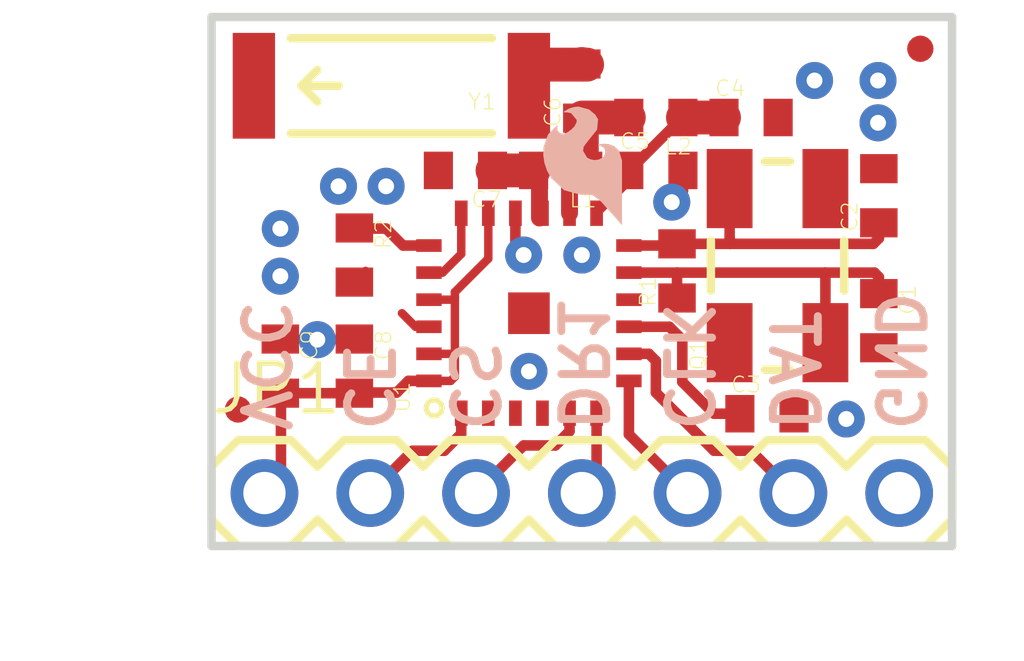
<source format=kicad_pcb>
(kicad_pcb (version 20211014) (generator pcbnew)
  (layers (0 "F.Cu" signal) (31 "B.Cu" signal) (34 "B.Paste" user) (35 "F.Paste" user) (36 "B.SilkS" user "B.Silkscreen") (37 "F.SilkS" user "F.Silkscreen") (38 "B.Mask" user) (39 "F.Mask" user) (44 "Edge.Cuts" user))
  (net 0 "")
  (net 1 "GND")
  (net 2 "VCC")
  (net 3 "N$1")
  (net 4 "N$2")
  (net 5 "N$3")
  (net 6 "N$6")
  (net 7 "N$7")
  (net 8 "N$4")
  (net 9 "N$5")
  (net 10 "ANT")
  (net 11 "CE")
  (net 12 "CS")
  (net 13 "DR1")
  (net 14 "CLK1")
  (net 15 "DATA")
  (footprint "boardEagle:C0402" (layer "F.Cu") (at 143.0401 104.3686 -90)
    (fp_text reference "R2" (at -0.889 -0.6985 90) (layer "F.SilkS") (effects (font (size 0.376489 0.376489) (thickness 0.029911)) (justify right)))
    (fp_text value "22K")
    (pad "1" smd rect (at -0.65 0 270) (size 0.7 0.9) (layers "F.Cu" "F.Paste" "F.Mask") (net 8 "N$4"))
    (pad "2" smd rect (at 0.65 0 270) (size 0.7 0.9) (layers "F.Cu" "F.Paste" "F.Mask") (net 1 "GND"))
  )
  (footprint "boardEagle:MICRO-FIDUCIAL" (layer "F.Cu") (at 140.2461 108.077)
    (fp_text reference "JP3" hide)
    (fp_text value "FIDUCIALUFIDUCIAL" hide)
    (pad "1" smd roundrect (at 0 0) (size 0.635 0.635) (layers "F.Cu" "F.Mask") (roundrect_rratio 0.5))
  )
  (footprint "boardEagle:1X07" (layer "F.Cu") (at 140.8811 110.0836)
    (fp_text reference "JP1" (at -1.3462 -1.8288) (layer "F.SilkS") (effects (font (size 1.143 1.143) (thickness 0.127)) (justify left bottom)))
    (fp_text value "")
    (fp_line (start 12.065 -1.27) (end 13.335 -1.27) (layer "F.SilkS") (width 0.2032))
    (fp_line (start 8.255 1.27) (end 6.985 1.27) (layer "F.SilkS") (width 0.2032))
    (fp_line (start 3.175 -1.27) (end 3.81 -0.635) (layer "F.SilkS") (width 0.2032))
    (fp_line (start 1.905 1.27) (end 1.27 0.635) (layer "F.SilkS") (width 0.2032))
    (fp_line (start 3.175 1.27) (end 1.905 1.27) (layer "F.SilkS") (width 0.2032))
    (fp_line (start -0.635 -1.27) (end -1.27 -0.635) (layer "F.SilkS") (width 0.2032))
    (fp_line (start 11.43 -0.635) (end 12.065 -1.27) (layer "F.SilkS") (width 0.2032))
    (fp_line (start 4.445 1.27) (end 3.81 0.635) (layer "F.SilkS") (width 0.2032))
    (fp_line (start 13.335 -1.27) (end 13.97 -0.635) (layer "F.SilkS") (width 0.2032))
    (fp_line (start 3.81 -0.635) (end 4.445 -1.27) (layer "F.SilkS") (width 0.2032))
    (fp_line (start 13.97 0.635) (end 14.605 1.27) (layer "F.SilkS") (width 0.2032))
    (fp_line (start -0.635 -1.27) (end 0.635 -1.27) (layer "F.SilkS") (width 0.2032))
    (fp_line (start 11.43 0.635) (end 10.795 1.27) (layer "F.SilkS") (width 0.2032))
    (fp_line (start 10.795 -1.27) (end 11.43 -0.635) (layer "F.SilkS") (width 0.2032))
    (fp_line (start 13.335 1.27) (end 12.065 1.27) (layer "F.SilkS") (width 0.2032))
    (fp_line (start 14.605 -1.27) (end 13.97 -0.635) (layer "F.SilkS") (width 0.2032))
    (fp_line (start 8.89 0.635) (end 8.255 1.27) (layer "F.SilkS") (width 0.2032))
    (fp_line (start 6.985 -1.27) (end 8.255 -1.27) (layer "F.SilkS") (width 0.2032))
    (fp_line (start 16.51 0.635) (end 15.875 1.27) (layer "F.SilkS") (width 0.2032))
    (fp_line (start 6.35 0.635) (end 5.715 1.27) (layer "F.SilkS") (width 0.2032))
    (fp_line (start 3.81 0.635) (end 3.175 1.27) (layer "F.SilkS") (width 0.2032))
    (fp_line (start 12.065 1.27) (end 11.43 0.635) (layer "F.SilkS") (width 0.2032))
    (fp_line (start 6.35 0.635) (end 6.985 1.27) (layer "F.SilkS") (width 0.2032))
    (fp_line (start 9.525 1.27) (end 8.89 0.635) (layer "F.SilkS") (width 0.2032))
    (fp_line (start 5.715 -1.27) (end 6.35 -0.635) (layer "F.SilkS") (width 0.2032))
    (fp_line (start 1.27 -0.635) (end 1.905 -1.27) (layer "F.SilkS") (width 0.2032))
    (fp_line (start 16.51 -0.635) (end 16.51 0.635) (layer "F.SilkS") (width 0.2032))
    (fp_line (start 10.795 1.27) (end 9.525 1.27) (layer "F.SilkS") (width 0.2032))
    (fp_line (start 5.715 1.27) (end 4.445 1.27) (layer "F.SilkS") (width 0.2032))
    (fp_line (start -1.27 -0.635) (end -1.27 0.635) (layer "F.SilkS") (width 0.2032))
    (fp_line (start -1.27 0.635) (end -0.635 1.27) (layer "F.SilkS") (width 0.2032))
    (fp_line (start 1.27 0.635) (end 0.635 1.27) (layer "F.SilkS") (width 0.2032))
    (fp_line (start 4.445 -1.27) (end 5.715 -1.27) (layer "F.SilkS") (width 0.2032))
    (fp_line (start 0.635 1.27) (end -0.635 1.27) (layer "F.SilkS") (width 0.2032))
    (fp_line (start 9.525 -1.27) (end 10.795 -1.27) (layer "F.SilkS") (width 0.2032))
    (fp_line (start 13.97 0.635) (end 13.335 1.27) (layer "F.SilkS") (width 0.2032))
    (fp_line (start 8.255 -1.27) (end 8.89 -0.635) (layer "F.SilkS") (width 0.2032))
    (fp_line (start 0.635 -1.27) (end 1.27 -0.635) (layer "F.SilkS") (width 0.2032))
    (fp_line (start 15.875 -1.27) (end 16.51 -0.635) (layer "F.SilkS") (width 0.2032))
    (fp_line (start 15.875 1.27) (end 14.605 1.27) (layer "F.SilkS") (width 0.2032))
    (fp_line (start 6.985 -1.27) (end 6.35 -0.635) (layer "F.SilkS") (width 0.2032))
    (fp_line (start 8.89 -0.635) (end 9.525 -1.27) (layer "F.SilkS") (width 0.2032))
    (fp_line (start 1.905 -1.27) (end 3.175 -1.27) (layer "F.SilkS") (width 0.2032))
    (fp_line (start 14.605 -1.27) (end 15.875 -1.27) (layer "F.SilkS") (width 0.2032))
    (pad "1" thru_hole circle (at 0 0 90) (size 1.6256 1.6256) (drill 1.016) (layers *.Cu *.Mask) (net 2 "VCC"))
    (pad "2" thru_hole circle (at 2.54 0 90) (size 1.6256 1.6256) (drill 1.016) (layers *.Cu *.Mask) (net 11 "CE"))
    (pad "3" thru_hole circle (at 5.08 0 90) (size 1.6256 1.6256) (drill 1.016) (layers *.Cu *.Mask) (net 12 "CS"))
    (pad "4" thru_hole circle (at 7.62 0 90) (size 1.6256 1.6256) (drill 1.016) (layers *.Cu *.Mask) (net 13 "DR1"))
    (pad "5" thru_hole circle (at 10.16 0 90) (size 1.6256 1.6256) (drill 1.016) (layers *.Cu *.Mask) (net 14 "CLK1"))
    (pad "6" thru_hole circle (at 12.7 0 90) (size 1.6256 1.6256) (drill 1.016) (layers *.Cu *.Mask) (net 15 "DATA"))
    (pad "7" thru_hole circle (at 15.24 0 90) (size 1.6256 1.6256) (drill 1.016) (layers *.Cu *.Mask) (net 1 "GND"))
  )
  (footprint "boardEagle:C0402" (layer "F.Cu") (at 152.5651 101.0666)
    (fp_text reference "C4" (at -0.889 -0.6985) (layer "F.SilkS") (effects (font (size 0.376489 0.376489) (thickness 0.029911)) (justify left)))
    (fp_text value "2.2nF")
    (pad "1" smd rect (at -0.65 0) (size 0.7 0.9) (layers "F.Cu" "F.Paste" "F.Mask") (net 7 "N$7"))
    (pad "2" smd rect (at 0.65 0) (size 0.7 0.9) (layers "F.Cu" "F.Paste" "F.Mask") (net 1 "GND"))
  )
  (footprint "boardEagle:C0402" (layer "F.Cu") (at 150.2791 102.3366)
    (fp_text reference "C5" (at -0.889 -0.6985) (layer "F.SilkS") (effects (font (size 0.376489 0.376489) (thickness 0.029911)) (justify left)))
    (fp_text value "22pF")
    (pad "1" smd rect (at -0.65 0) (size 0.7 0.9) (layers "F.Cu" "F.Paste" "F.Mask") (net 7 "N$7"))
    (pad "2" smd rect (at 0.65 0) (size 0.7 0.9) (layers "F.Cu" "F.Paste" "F.Mask") (net 1 "GND"))
  )
  (footprint "boardEagle:C0402" (layer "F.Cu") (at 155.6331 105.9446 -90)
    (fp_text reference "C1" (at -0.889 -0.6985 90) (layer "F.SilkS") (effects (font (size 0.376489 0.376489) (thickness 0.029911)) (justify right)))
    (fp_text value "22pF")
    (pad "1" smd rect (at -0.65 0 270) (size 0.7 0.9) (layers "F.Cu" "F.Paste" "F.Mask") (net 3 "N$1"))
    (pad "2" smd rect (at 0.65 0 270) (size 0.7 0.9) (layers "F.Cu" "F.Paste" "F.Mask") (net 1 "GND"))
  )
  (footprint "boardEagle:C0402" (layer "F.Cu") (at 143.0401 107.0356 -90)
    (fp_text reference "C8" (at -0.889 -0.6985 90) (layer "F.SilkS") (effects (font (size 0.376489 0.376489) (thickness 0.029911)) (justify right)))
    (fp_text value "10nF")
    (pad "1" smd rect (at -0.65 0 270) (size 0.7 0.9) (layers "F.Cu" "F.Paste" "F.Mask") (net 1 "GND"))
    (pad "2" smd rect (at 0.65 0 270) (size 0.7 0.9) (layers "F.Cu" "F.Paste" "F.Mask") (net 2 "VCC"))
  )
  (footprint "boardEagle:C0402" (layer "F.Cu") (at 141.2621 107.0356 -90)
    (fp_text reference "C9" (at -0.889 -0.6985 90) (layer "F.SilkS") (effects (font (size 0.376489 0.376489) (thickness 0.029911)) (justify right)))
    (fp_text value "1nF")
    (pad "1" smd rect (at -0.65 0 270) (size 0.7 0.9) (layers "F.Cu" "F.Paste" "F.Mask") (net 1 "GND"))
    (pad "2" smd rect (at 0.65 0 270) (size 0.7 0.9) (layers "F.Cu" "F.Paste" "F.Mask") (net 2 "VCC"))
  )
  (footprint "boardEagle:C0402" (layer "F.Cu") (at 150.2791 101.0666 180)
    (fp_text reference "L2" (at -0.889 -0.6985) (layer "F.SilkS") (effects (font (size 0.376489 0.376489) (thickness 0.029911)) (justify right)))
    (fp_text value "33nH")
    (pad "1" smd rect (at -0.65 0 180) (size 0.7 0.9) (layers "F.Cu" "F.Paste" "F.Mask") (net 7 "N$7"))
    (pad "2" smd rect (at 0.65 0 180) (size 0.7 0.9) (layers "F.Cu" "F.Paste" "F.Mask") (net 5 "N$3"))
  )
  (footprint "boardEagle:C0402" (layer "F.Cu") (at 155.6331 102.9446 90)
    (fp_text reference "C2" (at -0.889 -0.6985 90) (layer "F.SilkS") (effects (font (size 0.376489 0.376489) (thickness 0.029911)) (justify left)))
    (fp_text value "22pF")
    (pad "1" smd rect (at -0.65 0 90) (size 0.7 0.9) (layers "F.Cu" "F.Paste" "F.Mask") (net 4 "N$2"))
    (pad "2" smd rect (at 0.65 0 90) (size 0.7 0.9) (layers "F.Cu" "F.Paste" "F.Mask") (net 1 "GND"))
  )
  (footprint "boardEagle:MICRO-FIDUCIAL" (layer "F.Cu") (at 156.6291 99.4156)
    (fp_text reference "JP2" hide)
    (fp_text value "FIDUCIALUFIDUCIAL" hide)
    (pad "1" smd roundrect (at 0 0) (size 0.635 0.635) (layers "F.Cu" "F.Mask") (roundrect_rratio 0.5))
  )
  (footprint "boardEagle:C0402" (layer "F.Cu") (at 150.7871 104.7496 90)
    (fp_text reference "R1" (at -0.889 -0.6985 90) (layer "F.SilkS") (effects (font (size 0.376489 0.376489) (thickness 0.029911)) (justify left)))
    (fp_text value "1M")
    (pad "1" smd rect (at -0.65 0 90) (size 0.7 0.9) (layers "F.Cu" "F.Paste" "F.Mask") (net 3 "N$1"))
    (pad "2" smd rect (at 0.65 0 90) (size 0.7 0.9) (layers "F.Cu" "F.Paste" "F.Mask") (net 4 "N$2"))
  )
  (footprint "boardEagle:C0402" (layer "F.Cu") (at 148.5011 100.4316 90)
    (fp_text reference "C6" (at -0.889 -0.6985 90) (layer "F.SilkS") (effects (font (size 0.376489 0.376489) (thickness 0.029911)) (justify left)))
    (fp_text value "1.0pF")
    (pad "1" smd rect (at -0.65 0 90) (size 0.7 0.9) (layers "F.Cu" "F.Paste" "F.Mask") (net 5 "N$3"))
    (pad "2" smd rect (at 0.65 0 90) (size 0.7 0.9) (layers "F.Cu" "F.Paste" "F.Mask") (net 10 "ANT"))
  )
  (footprint "boardEagle:C0402" (layer "F.Cu") (at 147.9931 102.3366 180)
    (fp_text reference "L1" (at -0.889 -0.6985) (layer "F.SilkS") (effects (font (size 0.376489 0.376489) (thickness 0.029911)) (justify right)))
    (fp_text value "3.3nH")
    (pad "1" smd rect (at -0.65 0 180) (size 0.7 0.9) (layers "F.Cu" "F.Paste" "F.Mask") (net 5 "N$3"))
    (pad "2" smd rect (at 0.65 0 180) (size 0.7 0.9) (layers "F.Cu" "F.Paste" "F.Mask") (net 6 "N$6"))
  )
  (footprint "boardEagle:MLP-24" (layer "F.Cu") (at 147.2311 105.7656 90)
    (fp_text reference "U1" (at -2.413 -3.048 90) (layer "F.SilkS") (effects (font (size 0.376489 0.376489) (thickness 0.029911)) (justify left)))
    (fp_text value "NRF2401A")
    (fp_circle (center -2.275 -2.275) (end -2.0847 -2.275) (layer "F.SilkS") (width 0.127) (fill none))
    (pad "0" smd rect (at 0 0 90) (size 1 1) (layers "F.Cu" "F.Mask") (net 1 "GND"))
    (pad "1" smd rect (at -2.4008 -1.625 90) (size 0.6096 0.3048) (layers "F.Cu" "F.Mask") (net 11 "CE"))
    (pad "2" smd rect (at -2.4008 -0.975 90) (size 0.6096 0.3048) (layers "F.Cu" "F.Mask"))
    (pad "3" smd rect (at -2.4008 -0.325 90) (size 0.6096 0.3048) (layers "F.Cu" "F.Mask"))
    (pad "4" smd rect (at -2.4008 0.325 90) (size 0.6096 0.3048) (layers "F.Cu" "F.Mask"))
    (pad "5" smd rect (at -2.4008 0.975 90) (size 0.6096 0.3048) (layers "F.Cu" "F.Mask") (net 12 "CS"))
    (pad "6" smd rect (at -2.4008 1.625 90) (size 0.6096 0.3048) (layers "F.Cu" "F.Mask") (net 13 "DR1"))
    (pad "7" smd rect (at -1.625 2.4008 180) (size 0.6096 0.3048) (layers "F.Cu" "F.Mask") (net 14 "CLK1"))
    (pad "8" smd rect (at -0.975 2.4008 180) (size 0.6096 0.3048) (layers "F.Cu" "F.Mask") (net 15 "DATA"))
    (pad "9" smd rect (at -0.325 2.4008 180) (size 0.6096 0.3048) (layers "F.Cu" "F.Mask") (net 9 "N$5"))
    (pad "10" smd rect (at 0.325 2.4008 180) (size 0.6096 0.3048) (layers "F.Cu" "F.Mask") (net 1 "GND"))
    (pad "11" smd rect (at 0.975 2.4008 180) (size 0.6096 0.3048) (layers "F.Cu" "F.Mask") (net 3 "N$1"))
    (pad "12" smd rect (at 1.625 2.4008 180) (size 0.6096 0.3048) (layers "F.Cu" "F.Mask") (net 4 "N$2"))
    (pad "13" smd rect (at 2.4008 1.625 270) (size 0.6096 0.3048) (layers "F.Cu" "F.Mask") (net 7 "N$7"))
    (pad "14" smd rect (at 2.4008 0.975 270) (size 0.6096 0.3048) (layers "F.Cu" "F.Mask") (net 5 "N$3"))
    (pad "15" smd rect (at 2.4008 0.325 270) (size 0.6096 0.3048) (layers "F.Cu" "F.Mask") (net 6 "N$6"))
    (pad "16" smd rect (at 2.4008 -0.325 270) (size 0.6096 0.3048) (layers "F.Cu" "F.Mask") (net 1 "GND"))
    (pad "17" smd rect (at 2.4008 -0.975 270) (size 0.6096 0.3048) (layers "F.Cu" "F.Mask") (net 2 "VCC"))
    (pad "18" smd rect (at 2.4008 -1.625 270) (size 0.6096 0.3048) (layers "F.Cu" "F.Mask") (net 1 "GND"))
    (pad "19" smd rect (at 1.625 -2.4008) (size 0.6096 0.3048) (layers "F.Cu" "F.Mask") (net 8 "N$4"))
    (pad "20" smd rect (at 0.975 -2.4008) (size 0.6096 0.3048) (layers "F.Cu" "F.Mask") (net 1 "GND"))
    (pad "21" smd rect (at 0.325 -2.4008) (size 0.6096 0.3048) (layers "F.Cu" "F.Mask") (net 2 "VCC"))
    (pad "22" smd rect (at -0.325 -2.4008) (size 0.6096 0.3048) (layers "F.Cu" "F.Mask") (net 1 "GND"))
    (pad "23" smd rect (at -0.975 -2.4008) (size 0.6096 0.3048) (layers "F.Cu" "F.Mask") (net 2 "VCC"))
    (pad "24" smd rect (at -1.625 -2.4008) (size 0.6096 0.3048) (layers "F.Cu" "F.Mask") (net 2 "VCC"))
  )
  (footprint "boardEagle:C0402" (layer "F.Cu") (at 145.7071 102.3366 180)
    (fp_text reference "C7" (at -0.889 -0.6985) (layer "F.SilkS") (effects (font (size 0.376489 0.376489) (thickness 0.029911)) (justify right)))
    (fp_text value "1.0pF")
    (pad "1" smd rect (at -0.65 0 180) (size 0.7 0.9) (layers "F.Cu" "F.Paste" "F.Mask") (net 6 "N$6"))
    (pad "2" smd rect (at 0.65 0 180) (size 0.7 0.9) (layers "F.Cu" "F.Paste" "F.Mask") (net 1 "GND"))
  )
  (footprint "boardEagle:CRYSTAL-SMD-5X3" (layer "F.Cu") (at 153.2001 104.6226 90)
    (fp_text reference "Q1" (at -2.54 -1.905 90) (layer "F.SilkS") (effects (font (size 0.376489 0.376489) (thickness 0.029911)) (justify left)))
    (fp_text value "16MHz")
    (fp_line (start -2.5 -0.3) (end -2.5 0.3) (layer "F.SilkS") (width 0.2032))
    (fp_line (start -0.6 -1.6) (end 0.6 -1.6) (layer "F.SilkS") (width 0.2032))
    (fp_line (start 0.6 1.6) (end -0.6 1.6) (layer "F.SilkS") (width 0.2032))
    (fp_line (start 2.5 -0.3) (end 2.5 0.3) (layer "F.SilkS") (width 0.2032))
    (pad "1" smd rect (at -1.85 1.15 90) (size 1.9 1.1) (layers "F.Cu" "F.Paste" "F.Mask") (net 3 "N$1"))
    (pad "2" smd rect (at 1.85 1.15 90) (size 1.9 1.1) (layers "F.Cu" "F.Paste" "F.Mask"))
    (pad "3" smd rect (at 1.85 -1.15 90) (size 1.9 1.1) (layers "F.Cu" "F.Paste" "F.Mask") (net 4 "N$2"))
    (pad "4" smd rect (at -1.85 -1.15 90) (size 1.9 1.1) (layers "F.Cu" "F.Paste" "F.Mask"))
  )
  (footprint "boardEagle:C0402" (layer "F.Cu") (at 152.9461 108.1786)
    (fp_text reference "C3" (at -0.889 -0.6985) (layer "F.SilkS") (effects (font (size 0.376489 0.376489) (thickness 0.029911)) (justify left)))
    (fp_text value "33nF")
    (pad "1" smd rect (at -0.65 0) (size 0.7 0.9) (layers "F.Cu" "F.Paste" "F.Mask") (net 9 "N$5"))
    (pad "2" smd rect (at 0.65 0) (size 0.7 0.9) (layers "F.Cu" "F.Paste" "F.Mask") (net 1 "GND"))
  )
  (footprint "boardEagle:ANTENNA-CHIP5" (layer "F.Cu") (at 143.9291 100.3046 180)
    (fp_text reference "Y1" (at -2.54 -0.381) (layer "F.SilkS") (effects (font (size 0.376489 0.376489) (thickness 0.029911)) (justify right)))
    (fp_text value "ANTENNA2SMD5")
    (fp_line (start 2.159 0) (end 1.778 -0.381) (layer "F.SilkS") (width 0.2032))
    (fp_line (start -2.413 -1.143) (end 2.413 -1.143) (layer "F.SilkS") (width 0.2032))
    (fp_line (start 1.27 0) (end 2.159 0) (layer "F.SilkS") (width 0.2032))
    (fp_line (start -2.413 1.143) (end 2.413 1.143) (layer "F.SilkS") (width 0.2032))
    (fp_line (start 2.159 0) (end 1.778 0.381) (layer "F.SilkS") (width 0.2032))
    (pad "FEED" smd rect (at -3.302 0) (size 1.016 2.54) (layers "F.Cu" "F.Paste" "F.Mask") (net 10 "ANT"))
    (pad "NC" smd rect (at 3.302 0) (size 1.016 2.54) (layers "F.Cu" "F.Paste" "F.Mask"))
  )
  (footprint "boardEagle:SFE-LOGO-FLAME" (layer "B.Cu") (at 149.4531 103.6206 180)
    (fp_text reference "U$1" hide)
    (fp_text value "LOGO-SFESK" hide)
    (fp_poly (pts (xy 1.126002 2.808203) (xy 1.215449 2.785829) (xy 1.228477 2.780783) (xy 1.240149 2.774875) (xy 1.25686 2.766576) (xy 1.275552 2.759834) (xy 1.371694 2.7026) (xy 1.3793 2.7026) (xy 1.3793 2.6772) (xy 1.306833 2.6772) (xy 1.208418 2.657914) (xy 1.074855 2.495286) (xy 1.079365 2.436825) (xy 1.12809 2.341869) (xy 1.204666 2.265196) (xy 1.294069 2.200638) (xy 1.369348 2.168824) (xy 1.450737 2.171632) (xy 1.458864 2.174186) (xy 1.466257 2.177389) (xy 1.530514 2.236956) (xy 1.5368 2.259812) (xy 1.5368 2.377938) (xy 1.763707 2.148127) (xy 1.868186 1.856841) (xy 1.871603 1.856894) (xy 1.87806 1.650435) (xy 1.848857 1.45742) (xy 1.785308 1.272842) (xy 1.6663 1.061578) (xy 1.6663 1.080581) (xy 1.378131 0.80901) (xy 0.982239 0.6985) (xy 0.753005 0.6985) (xy 0.716201 0.692046) (xy 0.681776 0.679592) (xy 0.496322 0.541784) (xy -0.0126 -0.03091) (xy -0.0126 1.52077) (xy 0.060004 1.761967) (xy 0.168295 1.865489) (xy 0.307122 1.917522) (xy 0.4039 1.925089) (xy 0.499384 1.917623) (xy 0.55991 1.908099) (xy 0.557788 1.884433) (xy 0.522216 1.885242) (xy 0.501784 1.876141) (xy 0.420519 1.817154) (xy 0.400722 1.79067) (xy 0.390395 1.7285) (xy 0.400905 1.665229) (xy 0.421405 1.625174) (xy 0.452343 1.592685) (xy 0.546535 1.54355) (xy 0.652229 1.531742) (xy 0.742768 1.550084) (xy 0.82422 1.589656) (xy 0.92203 1.754659) (xy 0.907706 1.848844) (xy 0.850914 1.930401) (xy 0.584707 2.263237) (xy 0.561667 2.510855) (xy 0.627495 2.621556) (xy 0.629042 2.623103) (xy 0.778901 2.74712) (xy 1.032676 2.817064)) (layer "B.SilkS") (width 0) (fill solid))
  )
  (gr_line (start 139.6111 98.6536) (end 139.6111 111.3536) (layer "Edge.Cuts") (width 0.2032))
  (gr_line (start 157.3911 98.6536) (end 139.6111 98.6536) (layer "Edge.Cuts") (width 0.2032))
  (gr_line (start 157.3911 111.3536) (end 157.3911 98.6536) (layer "Edge.Cuts") (width 0.2032))
  (gr_line (start 139.6111 111.3536) (end 157.3911 111.3536) (layer "Edge.Cuts") (width 0.2032))
  (gr_text "VCC" (at 140.2461 108.6866 -90) (layer "B.SilkS") (effects (font (size 1.0795 1.0795) (thickness 0.1905)) (justify left bottom mirror)))
  (gr_text "CLK" (at 150.4061 108.6866 -90) (layer "B.SilkS") (effects (font (size 1.0795 1.0795) (thickness 0.1905)) (justify left bottom mirror)))
  (gr_text "GND" (at 155.4861 108.6866 -90) (layer "B.SilkS") (effects (font (size 1.0795 1.0795) (thickness 0.1905)) (justify left bottom mirror)))
  (gr_text "DR1" (at 147.8661 108.6866 -90) (layer "B.SilkS") (effects (font (size 1.0795 1.0795) (thickness 0.1905)) (justify left bottom mirror)))
  (gr_text "CE" (at 142.7221 108.6876 -90) (layer "B.SilkS") (effects (font (size 1.0795 1.0795) (thickness 0.1905)) (justify left bottom mirror)))
  (gr_text "DAT" (at 152.9461 108.6866 -90) (layer "B.SilkS") (effects (font (size 1.0795 1.0795) (thickness 0.1905)) (justify left bottom mirror)))
  (gr_text "CS" (at 145.2621 108.6876 -90) (layer "B.SilkS") (effects (font (size 1.0795 1.0795) (thickness 0.1905)) (justify left bottom mirror)))
  (segment (start 143.0401 106.4006) (end 143.0401 106.3856) (width 0.2032) (layer "F.Cu") (net 1))
  (segment (start 144.5081 106.0906) (end 144.1831 105.7656) (width 0.2032) (layer "F.Cu") (net 1))
  (segment (start 146.9061 104.1706) (end 146.9061 103.3648) (width 0.254) (layer "F.Cu") (net 1))
  (segment (start 147.1041 104.3686) (end 146.9061 104.1706) (width 0.254) (layer "F.Cu") (net 1))
  (segment (start 150.9291 102.8296) (end 150.6601 103.0986) (width 0.254) (layer "F.Cu") (net 1))
  (segment (start 143.0401 105.0186) (end 143.3091 104.7496) (width 0.2032) (layer "F.Cu") (net 1))
  (segment (start 143.0401 105.0186) (end 143.3331 104.8996) (width 0.2032) (layer "F.Cu") (net 1))
  (segment (start 145.1581 104.7906) (end 145.6061 104.3426) (width 0.2032) (layer "F.Cu") (net 1))
  (segment (start 142.1511 106.4006) (end 143.0401 106.4006) (width 0.2032) (layer "F.Cu") (net 1))
  (segment (start 142.1361 106.3856) (end 142.1511 106.4006) (width 0.2032) (layer "F.Cu") (net 1))
  (segment (start 144.8303 104.7906) (end 144.8401 104.7496) (width 0.2032) (layer "F.Cu") (net 1))
  (segment (start 155.6331 106.5946) (end 155.6331 106.5996) (width 0.2032) (layer "F.Cu") (net 1))
  (segment (start 144.5081 106.0906) (end 144.8303 106.0906) (width 0.2032) (layer "F.Cu") (net 1))
  (segment (start 145.6061 104.3426) (end 145.6061 103.3648) (width 0.2032) (layer "F.Cu") (net 1))
  (segment (start 150.9291 102.3366) (end 150.9291 102.8296) (width 0.254) (layer "F.Cu") (net 1))
  (segment (start 141.2621 106.3856) (end 142.1361 106.3856) (width 0.2032) (layer "F.Cu") (net 1))
  (segment (start 155.6331 106.5996) (end 155.4711 106.7616) (width 0.2032) (layer "F.Cu") (net 1))
  (segment (start 144.8303 104.7906) (end 145.1581 104.7906) (width 0.2032) (layer "F.Cu") (net 1))
  (via (at 148.5011 104.3686) (size 0.889) (drill 0.381) (layers "F.Cu" "B.Cu") (net 1))
  (via (at 154.8511 108.3056) (size 0.889) (drill 0.381) (layers "F.Cu" "B.Cu") (net 1))
  (via (at 142.1511 106.4006) (size 0.889) (drill 0.381) (layers "F.Cu" "B.Cu") (net 1))
  (via (at 155.6131 100.1776) (size 0.889) (drill 0.381) (layers "F.Cu" "B.Cu") (net 1))
  (via (at 154.0891 100.1776) (size 0.889) (drill 0.381) (layers "F.Cu" "B.Cu") (net 1))
  (via (at 143.8021 102.7176) (size 0.889) (drill 0.381) (layers "F.Cu" "B.Cu") (net 1))
  (via (at 147.1041 104.3686) (size 0.889) (drill 0.381) (layers "F.Cu" "B.Cu") (net 1))
  (via (at 141.2621 103.7336) (size 0.889) (drill 0.381) (layers "F.Cu" "B.Cu") (net 1))
  (via (at 142.6591 102.7176) (size 0.889) (drill 0.381) (layers "F.Cu" "B.Cu") (net 1))
  (via (at 150.6601 103.0986) (size 0.889) (drill 0.381) (layers "F.Cu" "B.Cu") (net 1))
  (via (at 155.6131 101.1936) (size 0.889) (drill 0.381) (layers "F.Cu" "B.Cu") (net 1))
  (via (at 147.2311 107.1626) (size 0.889) (drill 0.381) (layers "F.Cu" "B.Cu") (net 1))
  (via (at 141.2621 104.8766) (size 0.889) (drill 0.381) (layers "F.Cu" "B.Cu") (net 1))
  (segment (start 145.4121 106.7406) (end 144.8303 106.7406) (width 0.2032) (layer "F.Cu") (net 2))
  (segment (start 145.4531 105.3846) (end 145.4531 105.2576) (width 0.2032) (layer "F.Cu") (net 2))
  (segment (start 143.0401 107.6706) (end 144.0561 107.6706) (width 0.254) (layer "F.Cu") (net 2))
  (segment (start 140.8811 110.0836) (end 141.2771 109.6876) (width 0.254) (layer "F.Cu") (net 2))
  (segment (start 145.4531 105.3846) (end 145.3971 105.4406) (width 0.2032) (layer "F.Cu") (net 2))
  (segment (start 141.2771 107.6856) (end 141.2621 107.6706) (width 0.254) (layer "F.Cu") (net 2))
  (segment (start 144.8303 107.3906) (end 145.3521 107.3906) (width 0.2032) (layer "F.Cu") (net 2))
  (segment (start 141.2621 107.6706) (end 141.2621 107.6856) (width 0.254) (layer "F.Cu") (net 2))
  (segment (start 145.4531 106.7816) (end 145.4531 105.3846) (width 0.2032) (layer "F.Cu") (net 2))
  (segment (start 146.2561 104.4546) (end 146.2561 103.3648) (width 0.2032) (layer "F.Cu") (net 2))
  (segment (start 145.4531 107.2896) (end 145.4531 106.7816) (width 0.2032) (layer "F.Cu") (net 2))
  (segment (start 144.3361 107.3906) (end 144.8303 107.3906) (width 0.254) (layer "F.Cu") (net 2))
  (segment (start 143.0401 107.6856) (end 143.0401 107.6706) (width 0.254) (layer "F.Cu") (net 2))
  (segment (start 144.0561 107.6706) (end 144.3361 107.3906) (width 0.254) (layer "F.Cu") (net 2))
  (segment (start 145.4531 106.7816) (end 145.4121 106.7406) (width 0.2032) (layer "F.Cu") (net 2))
  (segment (start 141.2771 109.6876) (end 141.2771 107.6856) (width 0.254) (layer "F.Cu") (net 2))
  (segment (start 145.3971 105.4406) (end 144.8303 105.4406) (width 0.2032) (layer "F.Cu") (net 2))
  (segment (start 141.2771 107.6856) (end 143.0401 107.6856) (width 0.254) (layer "F.Cu") (net 2))
  (segment (start 145.4531 105.2576) (end 146.2561 104.4546) (width 0.2032) (layer "F.Cu") (net 2))
  (segment (start 145.3521 107.3906) (end 145.4531 107.2896) (width 0.2032) (layer "F.Cu") (net 2))
  (segment (start 155.6331 105.2946) (end 155.6331 105.1506) (width 0.2032) (layer "F.Cu") (net 3))
  (segment (start 154.3431 104.7906) (end 155.5271 104.7906) (width 0.254) (layer "F.Cu") (net 3))
  (segment (start 154.3431 104.8766) (end 154.3501 104.8836) (width 0.254) (layer "F.Cu") (net 3))
  (segment (start 155.6331 104.8966) (end 155.6331 105.2946) (width 0.254) (layer "F.Cu") (net 3))
  (segment (start 150.7871 104.7906) (end 150.7871 105.3996) (width 0.254) (layer "F.Cu") (net 3))
  (segment (start 149.6319 104.7906) (end 150.7871 104.7906) (width 0.254) (layer "F.Cu") (net 3))
  (segment (start 154.3431 104.7906) (end 154.3431 104.8766) (width 0.254) (layer "F.Cu") (net 3))
  (segment (start 155.5271 104.7906) (end 155.6331 104.8966) (width 0.254) (layer "F.Cu") (net 3))
  (segment (start 150.7871 104.7906) (end 154.3431 104.7906) (width 0.254) (layer "F.Cu") (net 3))
  (segment (start 154.3501 104.8836) (end 154.3501 106.4726) (width 0.254) (layer "F.Cu") (net 3))
  (segment (start 152.0571 103.9876) (end 152.0501 103.9806) (width 0.254) (layer "F.Cu") (net 4))
  (segment (start 152.0571 104.0996) (end 155.5011 104.0996) (width 0.254) (layer "F.Cu") (net 4))
  (segment (start 150.7611 104.1406) (end 150.7871 104.1146) (width 0.254) (layer "F.Cu") (net 4))
  (segment (start 155.5011 104.0996) (end 155.6331 103.9676) (width 0.254) (layer "F.Cu") (net 4))
  (segment (start 150.7871 104.0996) (end 152.0571 104.0996) (width 0.254) (layer "F.Cu") (net 4))
  (segment (start 155.6331 103.9676) (end 155.6331 103.5946) (width 0.254) (layer "F.Cu") (net 4))
  (segment (start 152.0501 103.9806) (end 152.0501 102.7726) (width 0.254) (layer "F.Cu") (net 4))
  (segment (start 149.6319 104.1406) (end 150.7611 104.1406) (width 0.254) (layer "F.Cu") (net 4))
  (segment (start 152.0571 104.0996) (end 152.0571 103.9876) (width 0.254) (layer "F.Cu") (net 4))
  (segment (start 150.7871 104.1146) (end 150.7871 104.0996) (width 0.254) (layer "F.Cu") (net 4))
  (segment (start 148.2061 103.3648) (end 148.2061 102.3776) (width 0.4064) (layer "F.Cu") (net 5))
  (segment (start 148.2061 102.3776) (end 148.2471 102.3366) (width 0.4064) (layer "F.Cu") (net 5))
  (segment (start 148.5011 102.2096) (end 148.5011 101.0816) (width 0.8128) (layer "F.Cu") (net 5))
  (segment (start 149.6291 101.0666) (end 149.5171 101.0666) (width 0.2032) (layer "F.Cu") (net 5))
  (segment (start 148.5011 101.0816) (end 148.5161 101.0666) (width 0.2032) (layer "F.Cu") (net 5))
  (segment (start 148.2471 102.3366) (end 148.6431 102.3366) (width 0.4064) (layer "F.Cu") (net 5))
  (segment (start 148.5161 101.0666) (end 149.6291 101.0666) (width 0.8128) (layer "F.Cu") (net 5))
  (segment (start 148.6431 102.3366) (end 148.5011 102.2096) (width 0.2032) (layer "F.Cu") (net 5))
  (segment (start 146.3571 102.3366) (end 147.3431 102.3366) (width 0.8128) (layer "F.Cu") (net 6))
  (segment (start 147.3431 102.3366) (end 147.4851 102.4786) (width 0.2032) (layer "F.Cu") (net 6))
  (segment (start 147.4851 102.4786) (end 147.4851 103.4796) (width 0.4064) (layer "F.Cu") (net 6))
  (segment (start 147.4851 103.4796) (end 147.4921 103.4796) (width 0.2032) (layer "F.Cu") (net 6))
  (segment (start 147.4921 103.4796) (end 147.5561 103.3648) (width 0.2032) (layer "F.Cu") (net 6))
  (segment (start 150.9291 101.0666) (end 151.9151 101.0666) (width 0.8128) (layer "F.Cu") (net 7))
  (segment (start 150.9141 101.0666) (end 150.9291 101.0666) (width 0.2032) (layer "F.Cu") (net 7))
  (segment (start 148.8561 103.3648) (end 149.6187 102.6022) (width 0.2032) (layer "F.Cu") (net 7))
  (segment (start 149.6291 102.3366) (end 149.6291 102.5802) (width 0.2032) (layer "F.Cu") (net 7))
  (segment (start 151.8031 100.9396) (end 152.0571 101.0666) (width 0.2032) (layer "F.Cu") (net 7))
  (segment (start 149.6441 102.3366) (end 150.9141 101.0666) (width 0.254) (layer "F.Cu") (net 7))
  (segment (start 149.6441 102.3366) (end 149.6695 102.362) (width 0.2032) (layer "F.Cu") (net 7))
  (segment (start 149.6291 102.3366) (end 149.6441 102.3366) (width 0.2032) (layer "F.Cu") (net 7))
  (segment (start 151.9151 101.0666) (end 151.8031 100.9396) (width 0.2032) (layer "F.Cu") (net 7))
  (segment (start 149.6187 102.6022) (end 149.6187 102.3366) (width 0.2032) (layer "F.Cu") (net 7))
  (segment (start 149.6187 102.3366) (end 149.6291 102.3366) (width 0.2032) (layer "F.Cu") (net 7))
  (segment (start 143.4211 103.7186) (end 143.0401 103.7186) (width 0.254) (layer "F.Cu") (net 8))
  (segment (start 143.4211 103.7336) (end 143.4211 103.7186) (width 0.254) (layer "F.Cu") (net 8))
  (segment (start 144.2091 104.1406) (end 144.8303 104.1406) (width 0.254) (layer "F.Cu") (net 8))
  (segment (start 143.8021 103.7336) (end 143.4211 103.7336) (width 0.254) (layer "F.Cu") (net 8))
  (segment (start 144.2091 104.1406) (end 143.8021 103.7336) (width 0.254) (layer "F.Cu") (net 8))
  (segment (start 150.9141 106.4006) (end 150.9141 107.4166) (width 0.254) (layer "F.Cu") (net 9))
  (segment (start 152.2961 108.1786) (end 152.3111 108.1786) (width 0.254) (layer "F.Cu") (net 9))
  (segment (start 151.6761 108.1786) (end 152.2961 108.1786) (width 0.254) (layer "F.Cu") (net 9))
  (segment (start 150.6041 106.0906) (end 150.9141 106.4006) (width 0.254) (layer "F.Cu") (net 9))
  (segment (start 150.9141 107.4166) (end 151.6761 108.1786) (width 0.254) (layer "F.Cu") (net 9))
  (segment (start 149.6319 106.0906) (end 150.6041 106.0906) (width 0.254) (layer "F.Cu") (net 9))
  (segment (start 147.4851 99.7966) (end 148.5161 99.7966) (width 0.8128) (layer "F.Cu") (net 10))
  (segment (start 147.2311 100.3046) (end 147.4851 99.7966) (width 0.8128) (layer "F.Cu") (net 10))
  (segment (start 148.5161 99.7966) (end 148.5011 99.7816) (width 0.8128) (layer "F.Cu") (net 10))
  (segment (start 148.5161 99.7966) (end 148.6281 99.7966) (width 0.8128) (layer "F.Cu") (net 10))
  (segment (start 143.4211 110.0836) (end 144.4371 109.0676) (width 0.254) (layer "F.Cu") (net 11))
  (segment (start 145.1991 109.0676) (end 145.6061 108.6606) (width 0.254) (layer "F.Cu") (net 11))
  (segment (start 144.4371 109.0676) (end 145.1991 109.0676) (width 0.254) (layer "F.Cu") (net 11))
  (segment (start 145.6061 108.6606) (end 145.6061 108.1664) (width 0.254) (layer "F.Cu") (net 11))
  (segment (start 147.8661 108.9406) (end 148.2061 108.6006) (width 0.254) (layer "F.Cu") (net 12))
  (segment (start 148.2061 108.6006) (end 148.2061 108.1664) (width 0.254) (layer "F.Cu") (net 12))
  (segment (start 147.1041 108.9406) (end 147.8661 108.9406) (width 0.254) (layer "F.Cu") (net 12))
  (segment (start 145.9611 110.0836) (end 147.1041 108.9406) (width 0.254) (layer "F.Cu") (net 12))
  (segment (start 148.5011 110.0836) (end 148.8561 109.7286) (width 0.254) (layer "F.Cu") (net 13))
  (segment (start 148.8561 109.7286) (end 148.8561 108.1664) (width 0.254) (layer "F.Cu") (net 13))
  (segment (start 151.0411 110.0836) (end 149.6319 108.6744) (width 0.254) (layer "F.Cu") (net 14))
  (segment (start 149.6319 108.6744) (end 149.6319 107.3906) (width 0.254) (layer "F.Cu") (net 14))
  (segment (start 150.2791 106.9086) (end 150.2791 107.6706) (width 0.254) (layer "F.Cu") (net 15))
  (segment (start 149.6319 106.7406) (end 150.1111 106.7406) (width 0.254) (layer "F.Cu") (net 15))
  (segment (start 152.5651 109.0676) (end 153.5811 110.0836) (width 0.254) (layer "F.Cu") (net 15))
  (segment (start 150.1111 106.7406) (end 150.2791 106.9086) (width 0.254) (layer "F.Cu") (net 15))
  (segment (start 150.2791 107.6706) (end 151.6761 109.0676) (width 0.254) (layer "F.Cu") (net 15))
  (segment (start 151.6761 109.0676) (end 152.5651 109.0676) (width 0.254) (layer "F.Cu") (net 15))
)
</source>
